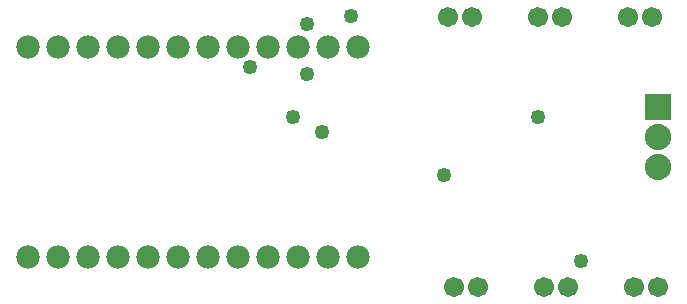
<source format=gbs>
G04 MADE WITH FRITZING*
G04 WWW.FRITZING.ORG*
G04 DOUBLE SIDED*
G04 HOLES PLATED*
G04 CONTOUR ON CENTER OF CONTOUR VECTOR*
%ASAXBY*%
%FSLAX23Y23*%
%MOIN*%
%OFA0B0*%
%SFA1.0B1.0*%
%ADD10C,0.078000*%
%ADD11C,0.067000*%
%ADD12C,0.088000*%
%ADD13C,0.049370*%
%ADD14R,0.088000X0.088000*%
%LNMASK0*%
G90*
G70*
G54D10*
X1089Y893D03*
X989Y893D03*
X1189Y893D03*
X1289Y893D03*
X889Y893D03*
X789Y893D03*
X689Y893D03*
X589Y893D03*
X489Y893D03*
X389Y893D03*
X289Y893D03*
X189Y893D03*
X989Y193D03*
X1089Y193D03*
X1189Y193D03*
X1289Y193D03*
X889Y193D03*
X789Y193D03*
X689Y193D03*
X589Y193D03*
X389Y193D03*
X489Y193D03*
X289Y193D03*
X189Y193D03*
G54D11*
X2189Y993D03*
X2268Y993D03*
X1989Y93D03*
X1910Y93D03*
X1589Y993D03*
X1668Y993D03*
X2289Y93D03*
X2210Y93D03*
X1889Y993D03*
X1968Y993D03*
X1689Y93D03*
X1610Y93D03*
G54D12*
X2289Y693D03*
X2289Y593D03*
X2289Y493D03*
G54D13*
X1120Y802D03*
X2032Y178D03*
X928Y826D03*
X1576Y466D03*
X1168Y610D03*
X1264Y994D03*
X1120Y970D03*
X1072Y658D03*
X1888Y658D03*
G54D14*
X2289Y693D03*
G04 End of Mask0*
M02*
</source>
